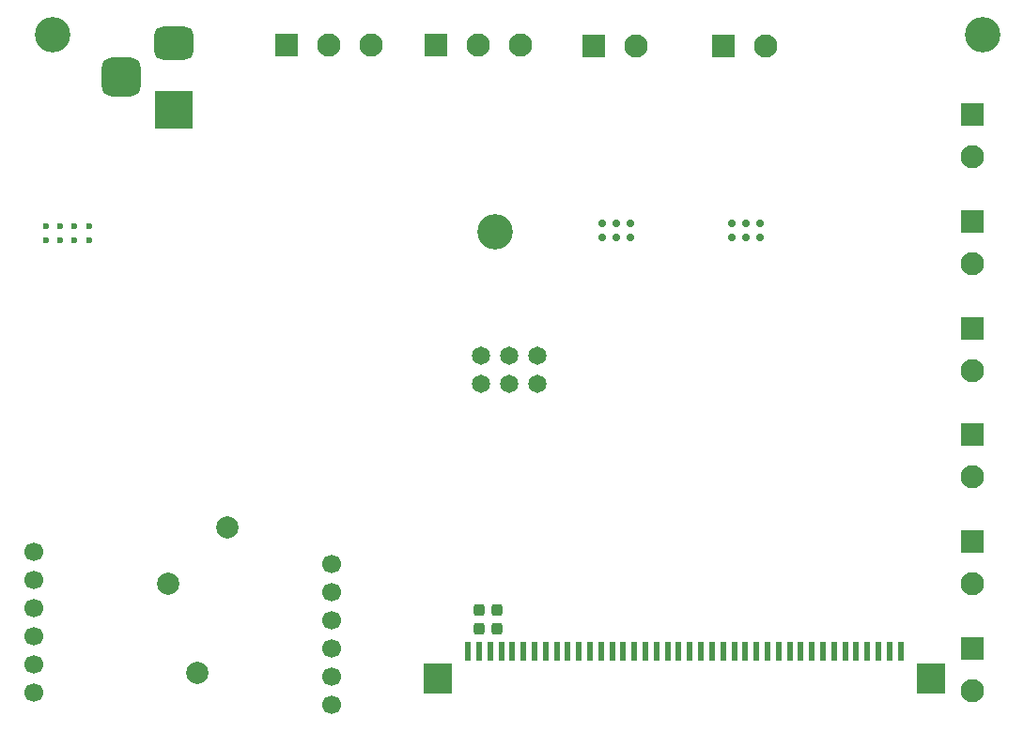
<source format=gbs>
G04 #@! TF.GenerationSoftware,KiCad,Pcbnew,9.0.0*
G04 #@! TF.CreationDate,2025-03-05T08:43:44-06:00*
G04 #@! TF.ProjectId,PCB,5043422e-6b69-4636-9164-5f7063625858,rev?*
G04 #@! TF.SameCoordinates,Original*
G04 #@! TF.FileFunction,Soldermask,Bot*
G04 #@! TF.FilePolarity,Negative*
%FSLAX46Y46*%
G04 Gerber Fmt 4.6, Leading zero omitted, Abs format (unit mm)*
G04 Created by KiCad (PCBNEW 9.0.0) date 2025-03-05 08:43:44*
%MOMM*%
%LPD*%
G01*
G04 APERTURE LIST*
G04 Aperture macros list*
%AMRoundRect*
0 Rectangle with rounded corners*
0 $1 Rounding radius*
0 $2 $3 $4 $5 $6 $7 $8 $9 X,Y pos of 4 corners*
0 Add a 4 corners polygon primitive as box body*
4,1,4,$2,$3,$4,$5,$6,$7,$8,$9,$2,$3,0*
0 Add four circle primitives for the rounded corners*
1,1,$1+$1,$2,$3*
1,1,$1+$1,$4,$5*
1,1,$1+$1,$6,$7*
1,1,$1+$1,$8,$9*
0 Add four rect primitives between the rounded corners*
20,1,$1+$1,$2,$3,$4,$5,0*
20,1,$1+$1,$4,$5,$6,$7,0*
20,1,$1+$1,$6,$7,$8,$9,0*
20,1,$1+$1,$8,$9,$2,$3,0*%
G04 Aperture macros list end*
%ADD10R,2.100000X2.100000*%
%ADD11C,2.100000*%
%ADD12C,0.600000*%
%ADD13C,0.740000*%
%ADD14C,3.200000*%
%ADD15C,1.695000*%
%ADD16C,2.000000*%
%ADD17C,1.650000*%
%ADD18R,3.500000X3.500000*%
%ADD19RoundRect,0.750000X-1.000000X0.750000X-1.000000X-0.750000X1.000000X-0.750000X1.000000X0.750000X0*%
%ADD20RoundRect,0.875000X-0.875000X0.875000X-0.875000X-0.875000X0.875000X-0.875000X0.875000X0.875000X0*%
%ADD21RoundRect,0.237500X-0.237500X0.300000X-0.237500X-0.300000X0.237500X-0.300000X0.237500X0.300000X0*%
%ADD22R,0.600000X1.700000*%
%ADD23R,2.500000X2.800000*%
G04 APERTURE END LIST*
D10*
X264521000Y-51589000D03*
D11*
X264521000Y-55399000D03*
D12*
X184912000Y-52040000D03*
X184912000Y-53340000D03*
X183612000Y-52040000D03*
X183612000Y-53340000D03*
X182312000Y-52040000D03*
X182312000Y-53340000D03*
X181012000Y-52040000D03*
X181012000Y-53340000D03*
D13*
X242824000Y-53062290D03*
X244124000Y-53062290D03*
X245424000Y-53062290D03*
X242824000Y-51762290D03*
X244124000Y-51762290D03*
X245424000Y-51762290D03*
D10*
X264521000Y-80444000D03*
D11*
X264521000Y-84254000D03*
D14*
X221488000Y-52578000D03*
D15*
X179951000Y-94114000D03*
X179951000Y-91574000D03*
X179951000Y-89034000D03*
X179951000Y-86494000D03*
X179951000Y-83954000D03*
X179951000Y-81414000D03*
D10*
X264521000Y-70792000D03*
D11*
X264521000Y-74602000D03*
D15*
X206756000Y-82550000D03*
X206756000Y-85090000D03*
X206756000Y-87630000D03*
X206756000Y-90170000D03*
X206756000Y-92710000D03*
X206756000Y-95250000D03*
D10*
X242089000Y-35790290D03*
D11*
X245899000Y-35790290D03*
D16*
X197358000Y-79196000D03*
D10*
X264521000Y-90096000D03*
D11*
X264521000Y-93906000D03*
D14*
X181610000Y-34798000D03*
D10*
X230404000Y-35790290D03*
D11*
X234214000Y-35790290D03*
D16*
X192024000Y-84328000D03*
X194683000Y-92336000D03*
D10*
X202697288Y-35680802D03*
D11*
X206507288Y-35680802D03*
X210317288Y-35680802D03*
D10*
X264521000Y-41937000D03*
D11*
X264521000Y-45747000D03*
D14*
X265430000Y-34798000D03*
D17*
X220218000Y-66294000D03*
X220218000Y-63754000D03*
X222758000Y-66294000D03*
X222758000Y-63754000D03*
X225298000Y-66294000D03*
X225298000Y-63754000D03*
D10*
X264521000Y-61241000D03*
D11*
X264521000Y-65051000D03*
D10*
X216159288Y-35680802D03*
D11*
X219969288Y-35680802D03*
X223779288Y-35680802D03*
D18*
X192532000Y-41560000D03*
D19*
X192532000Y-35560000D03*
D20*
X187832000Y-38560000D03*
D13*
X231139000Y-53062290D03*
X232439000Y-53062290D03*
X233739000Y-53062290D03*
X231139000Y-51762290D03*
X232439000Y-51762290D03*
X233739000Y-51762290D03*
D21*
X221733699Y-86653005D03*
X221733699Y-88378005D03*
X220081043Y-86674192D03*
X220081043Y-88399192D03*
D22*
X219076000Y-90424000D03*
X220076000Y-90424000D03*
X221076000Y-90424000D03*
X222076000Y-90424000D03*
X223076000Y-90424000D03*
X224076000Y-90424000D03*
X225076000Y-90424000D03*
X226076000Y-90424000D03*
X227076000Y-90424000D03*
X228076000Y-90424000D03*
X229076000Y-90424000D03*
X230076000Y-90424000D03*
X231076000Y-90424000D03*
X232076000Y-90424000D03*
X233076000Y-90424000D03*
X234076000Y-90424000D03*
X235076000Y-90424000D03*
X236076000Y-90424000D03*
X237076000Y-90424000D03*
X238076000Y-90424000D03*
X239076000Y-90424000D03*
X240076000Y-90424000D03*
X241076000Y-90424000D03*
X242076000Y-90424000D03*
X243076000Y-90424000D03*
X244076000Y-90424000D03*
X245076000Y-90424000D03*
X246076000Y-90424000D03*
X247076000Y-90424000D03*
X248076000Y-90424000D03*
X249076000Y-90424000D03*
X250076000Y-90424000D03*
X251076000Y-90424000D03*
X252076000Y-90424000D03*
X253076000Y-90424000D03*
X254076000Y-90424000D03*
X255076000Y-90424000D03*
X256076000Y-90424000D03*
X257076000Y-90424000D03*
X258076000Y-90424000D03*
D23*
X216326000Y-92874000D03*
X260826000Y-92874000D03*
M02*

</source>
